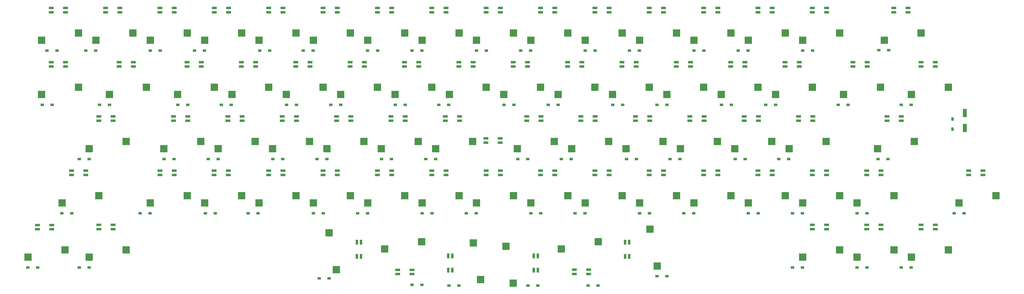
<source format=gbp>
G04 #@! TF.GenerationSoftware,KiCad,Pcbnew,5.1.5+dfsg1-2build2*
G04 #@! TF.CreationDate,2020-06-11T03:48:28+09:00*
G04 #@! TF.ProjectId,amatelus73,616d6174-656c-4757-9337-332e6b696361,rev?*
G04 #@! TF.SameCoordinates,Original*
G04 #@! TF.FileFunction,Paste,Bot*
G04 #@! TF.FilePolarity,Positive*
%FSLAX46Y46*%
G04 Gerber Fmt 4.6, Leading zero omitted, Abs format (unit mm)*
G04 Created by KiCad (PCBNEW 5.1.5+dfsg1-2build2) date 2020-06-11 03:48:28*
%MOMM*%
%LPD*%
G04 APERTURE LIST*
%ADD10R,2.550000X2.500000*%
%ADD11R,1.399540X2.999740*%
%ADD12R,2.500000X2.550000*%
%ADD13R,1.300000X0.950000*%
%ADD14R,0.950000X1.300000*%
%ADD15R,1.800000X0.820000*%
%ADD16R,0.820000X1.800000*%
G04 APERTURE END LIST*
D10*
X333316000Y-73977500D03*
X320389000Y-76517500D03*
X345223000Y-54927500D03*
X332296000Y-57467500D03*
D11*
X350964500Y-64010540D03*
X350964500Y-69212460D03*
D10*
X211873000Y-35877500D03*
X198946000Y-38417500D03*
X154723000Y-93027500D03*
X141796000Y-95567500D03*
X57091200Y-112078000D03*
X44164200Y-114618000D03*
D12*
X240665000Y-104834000D03*
X243205000Y-117761000D03*
D10*
X78522500Y-35877500D03*
X65595500Y-38417500D03*
X209609000Y-111760000D03*
X222536000Y-109220000D03*
X322770000Y-38417500D03*
X335697000Y-35877500D03*
X361891000Y-93027500D03*
X348964000Y-95567500D03*
X57091200Y-73977500D03*
X44164200Y-76517500D03*
X47566200Y-93027500D03*
X34639200Y-95567500D03*
D12*
X130810000Y-119004000D03*
X128270000Y-106077000D03*
D10*
X147696000Y-111760000D03*
X160623000Y-109220000D03*
D12*
X178752000Y-109596000D03*
X181292000Y-122523000D03*
X192722000Y-123766000D03*
X190182000Y-110839000D03*
D10*
X64235000Y-54927500D03*
X51308000Y-57467500D03*
X321410000Y-54927500D03*
X308483000Y-57467500D03*
X40422500Y-35877500D03*
X27495500Y-38417500D03*
X59472500Y-35877500D03*
X46545500Y-38417500D03*
X97572500Y-35877500D03*
X84645500Y-38417500D03*
X116623000Y-35877500D03*
X103696000Y-38417500D03*
X135673000Y-35877500D03*
X122746000Y-38417500D03*
X154723000Y-35877500D03*
X141796000Y-38417500D03*
X173773000Y-35877500D03*
X160846000Y-38417500D03*
X192823000Y-35877500D03*
X179896000Y-38417500D03*
X230923000Y-35877500D03*
X217996000Y-38417500D03*
X249973000Y-35877500D03*
X237046000Y-38417500D03*
X288073000Y-35877500D03*
X275146000Y-38417500D03*
X307123000Y-35877500D03*
X294196000Y-38417500D03*
X40422500Y-54927500D03*
X27495500Y-57467500D03*
X88047500Y-54927500D03*
X75120500Y-57467500D03*
X107097000Y-54927500D03*
X94170000Y-57467500D03*
X126147000Y-54927500D03*
X113220000Y-57467500D03*
X145197000Y-54927500D03*
X132270000Y-57467500D03*
X164247000Y-54927500D03*
X151320000Y-57467500D03*
X183297000Y-54927500D03*
X170370000Y-57467500D03*
X202347000Y-54927500D03*
X189420000Y-57467500D03*
X221397000Y-54927500D03*
X208470000Y-57467500D03*
X240447000Y-54927500D03*
X227520000Y-57467500D03*
X259497000Y-54927500D03*
X246570000Y-57467500D03*
X278547000Y-54927500D03*
X265620000Y-57467500D03*
X297597000Y-54927500D03*
X284670000Y-57467500D03*
X83285000Y-73977500D03*
X70358000Y-76517500D03*
X102335000Y-73977500D03*
X89408000Y-76517500D03*
X121385000Y-73977500D03*
X108458000Y-76517500D03*
X140435000Y-73977500D03*
X127508000Y-76517500D03*
X159485000Y-73977500D03*
X146558000Y-76517500D03*
X178535000Y-73977500D03*
X165608000Y-76517500D03*
X207110000Y-73977500D03*
X194183000Y-76517500D03*
X226160000Y-73977500D03*
X213233000Y-76517500D03*
X245210000Y-73977500D03*
X232283000Y-76517500D03*
X264260000Y-73977500D03*
X251333000Y-76517500D03*
X283310000Y-73977500D03*
X270383000Y-76517500D03*
X302360000Y-73977500D03*
X289433000Y-76517500D03*
X78522500Y-93027500D03*
X65595500Y-95567500D03*
X97572500Y-93027500D03*
X84645500Y-95567500D03*
X116623000Y-93027500D03*
X103696000Y-95567500D03*
X135673000Y-93027500D03*
X122746000Y-95567500D03*
X173773000Y-93027500D03*
X160846000Y-95567500D03*
X192823000Y-93027500D03*
X179896000Y-95567500D03*
X211873000Y-93027500D03*
X198946000Y-95567500D03*
X230923000Y-93027500D03*
X217996000Y-95567500D03*
X237046000Y-95567500D03*
X249973000Y-93027500D03*
X269023000Y-93027500D03*
X256096000Y-95567500D03*
X288073000Y-93027500D03*
X275146000Y-95567500D03*
X307123000Y-93027500D03*
X294196000Y-95567500D03*
X326173000Y-93027500D03*
X313246000Y-95567500D03*
X35660000Y-112078000D03*
X22733000Y-114618000D03*
X307123000Y-112078000D03*
X294196000Y-114618000D03*
X326173000Y-112078000D03*
X313246000Y-114618000D03*
X345223000Y-112078000D03*
X332296000Y-114618000D03*
X269023000Y-35877500D03*
X256096000Y-38417500D03*
D13*
X32890000Y-42100500D03*
X29340000Y-42100500D03*
X42929000Y-42100500D03*
X46479000Y-42100500D03*
X69085000Y-42100500D03*
X65535000Y-42100500D03*
X84579000Y-42100500D03*
X81029000Y-42100500D03*
X103889000Y-42100500D03*
X107439000Y-42100500D03*
X122679000Y-42100500D03*
X119129000Y-42100500D03*
X145282000Y-42100500D03*
X141732000Y-42100500D03*
X157229000Y-42100500D03*
X160779000Y-42100500D03*
X179835000Y-42100500D03*
X183385000Y-42100500D03*
X198879000Y-42100500D03*
X195329000Y-42100500D03*
X217935000Y-42100500D03*
X221485000Y-42100500D03*
X233429000Y-42100500D03*
X236979000Y-42100500D03*
X256035000Y-42100500D03*
X259585000Y-42100500D03*
X271529000Y-42100500D03*
X275079000Y-42100500D03*
X294135000Y-42100500D03*
X297685000Y-42100500D03*
X324355000Y-41910000D03*
X320805000Y-41910000D03*
X31239000Y-61150500D03*
X27689000Y-61150500D03*
X47755000Y-61150500D03*
X51305000Y-61150500D03*
X78737000Y-61150500D03*
X75187000Y-61150500D03*
X93977000Y-61150500D03*
X90427000Y-61150500D03*
X113287000Y-61150500D03*
X116837000Y-61150500D03*
X132331000Y-61150500D03*
X128781000Y-61150500D03*
X151387000Y-61150500D03*
X154937000Y-61150500D03*
X166627000Y-61150500D03*
X170177000Y-61150500D03*
X189487000Y-61150500D03*
X193037000Y-61150500D03*
X204981000Y-61150500D03*
X208531000Y-61150500D03*
X227587000Y-61150500D03*
X231137000Y-61150500D03*
X246631000Y-61150500D03*
X243081000Y-61150500D03*
X269237000Y-61150500D03*
X265687000Y-61150500D03*
X284731000Y-61150500D03*
X281181000Y-61150500D03*
X310131000Y-61150500D03*
X306581000Y-61150500D03*
X328679000Y-61150500D03*
X332229000Y-61150500D03*
X40643000Y-80200500D03*
X44193000Y-80200500D03*
X73911000Y-80200500D03*
X70361000Y-80200500D03*
X85855000Y-80200500D03*
X89405000Y-80200500D03*
X108461000Y-80200500D03*
X112011000Y-80200500D03*
X123955000Y-80200500D03*
X127505000Y-80200500D03*
X150111000Y-80200500D03*
X146561000Y-80200500D03*
X165605000Y-80200500D03*
X162055000Y-80200500D03*
X194313000Y-80200500D03*
X197863000Y-80200500D03*
X213103000Y-80200500D03*
X209553000Y-80200500D03*
X232413000Y-80200500D03*
X235963000Y-80200500D03*
X247653000Y-80200500D03*
X251203000Y-80200500D03*
X270513000Y-80200500D03*
X274063000Y-80200500D03*
X285753000Y-80200500D03*
X289303000Y-80200500D03*
X320551000Y-80200500D03*
X324101000Y-80200500D03*
X34547000Y-99250500D03*
X38097000Y-99250500D03*
X65529000Y-99250500D03*
X61979000Y-99250500D03*
X88389000Y-99250500D03*
X84839000Y-99250500D03*
X103375000Y-99250500D03*
X99825000Y-99250500D03*
X126235000Y-99250500D03*
X122685000Y-99250500D03*
X138179000Y-99250500D03*
X141729000Y-99250500D03*
X164335000Y-99250500D03*
X160785000Y-99250500D03*
X179829000Y-99250500D03*
X176279000Y-99250500D03*
X198885000Y-99250500D03*
X202435000Y-99250500D03*
X217929000Y-99250500D03*
X214379000Y-99250500D03*
X240535000Y-99250500D03*
X236985000Y-99250500D03*
X256029000Y-99250500D03*
X252479000Y-99250500D03*
X278635000Y-99250500D03*
X275085000Y-99250500D03*
X294129000Y-99250500D03*
X290579000Y-99250500D03*
X316735000Y-99250500D03*
X313185000Y-99250500D03*
X350771000Y-99250500D03*
X347221000Y-99250500D03*
X26159000Y-118300000D03*
X22609000Y-118300000D03*
X40643000Y-118300000D03*
X44193000Y-118300000D03*
X124717000Y-122110000D03*
X128267000Y-122110000D03*
X160779000Y-124396000D03*
X157229000Y-124396000D03*
X170183000Y-124650000D03*
X173733000Y-124650000D03*
X201419000Y-124650000D03*
X197869000Y-124650000D03*
X222501000Y-124650000D03*
X218951000Y-124650000D03*
X246631000Y-121348000D03*
X243081000Y-121348000D03*
X290579000Y-118300000D03*
X294129000Y-118300000D03*
X313185000Y-118300000D03*
X316735000Y-118300000D03*
X328682000Y-118300000D03*
X332232000Y-118300000D03*
D14*
X346646500Y-66106500D03*
X346646500Y-69656500D03*
D15*
X326112000Y-27126500D03*
X326112000Y-28626500D03*
X331112000Y-28626500D03*
X331112000Y-27126500D03*
X302538000Y-27126500D03*
X302538000Y-28626500D03*
X297538000Y-28626500D03*
X297538000Y-27126500D03*
X283488000Y-27126500D03*
X283488000Y-28626500D03*
X278488000Y-28626500D03*
X278488000Y-27126500D03*
X259438000Y-27126500D03*
X259438000Y-28626500D03*
X264438000Y-28626500D03*
X264438000Y-27126500D03*
X245388000Y-27126500D03*
X245388000Y-28626500D03*
X240388000Y-28626500D03*
X240388000Y-27126500D03*
X221338000Y-27126500D03*
X221338000Y-28626500D03*
X226338000Y-28626500D03*
X226338000Y-27126500D03*
X207288000Y-27126500D03*
X207288000Y-28626500D03*
X202288000Y-28626500D03*
X202288000Y-27126500D03*
X183238000Y-27126500D03*
X183238000Y-28626500D03*
X188238000Y-28626500D03*
X188238000Y-27126500D03*
X169188000Y-27126500D03*
X169188000Y-28626500D03*
X164188000Y-28626500D03*
X164188000Y-27126500D03*
X145138000Y-27126500D03*
X145138000Y-28626500D03*
X150138000Y-28626500D03*
X150138000Y-27126500D03*
X131088000Y-27126500D03*
X131088000Y-28626500D03*
X126088000Y-28626500D03*
X126088000Y-27126500D03*
X112038000Y-27126500D03*
X112038000Y-28626500D03*
X107038000Y-28626500D03*
X107038000Y-27126500D03*
X87987500Y-27126500D03*
X87987500Y-28626500D03*
X92987500Y-28626500D03*
X92987500Y-27126500D03*
X73937500Y-27126500D03*
X73937500Y-28626500D03*
X68937500Y-28626500D03*
X68937500Y-27126500D03*
X49887500Y-27126500D03*
X49887500Y-28626500D03*
X54887500Y-28626500D03*
X54887500Y-27126500D03*
X35837500Y-27126500D03*
X35837500Y-28626500D03*
X30837500Y-28626500D03*
X30837500Y-27126500D03*
X35837500Y-47676500D03*
X35837500Y-46176500D03*
X30837500Y-46176500D03*
X30837500Y-47676500D03*
X54650000Y-47676500D03*
X54650000Y-46176500D03*
X59650000Y-46176500D03*
X59650000Y-47676500D03*
X83462500Y-47676500D03*
X83462500Y-46176500D03*
X78462500Y-46176500D03*
X78462500Y-47676500D03*
X97512000Y-47676500D03*
X97512000Y-46176500D03*
X102512000Y-46176500D03*
X102512000Y-47676500D03*
X116562000Y-47676500D03*
X116562000Y-46176500D03*
X121562000Y-46176500D03*
X121562000Y-47676500D03*
X140612000Y-47676500D03*
X140612000Y-46176500D03*
X135612000Y-46176500D03*
X135612000Y-47676500D03*
X154662000Y-47676500D03*
X154662000Y-46176500D03*
X159662000Y-46176500D03*
X159662000Y-47676500D03*
X178712000Y-47676500D03*
X178712000Y-46176500D03*
X173712000Y-46176500D03*
X173712000Y-47676500D03*
X192762000Y-47676500D03*
X192762000Y-46176500D03*
X197762000Y-46176500D03*
X197762000Y-47676500D03*
X216812000Y-47676500D03*
X216812000Y-46176500D03*
X211812000Y-46176500D03*
X211812000Y-47676500D03*
X230862000Y-47676500D03*
X230862000Y-46176500D03*
X235862000Y-46176500D03*
X235862000Y-47676500D03*
X254912000Y-47676500D03*
X254912000Y-46176500D03*
X249912000Y-46176500D03*
X249912000Y-47676500D03*
X268962000Y-47676500D03*
X268962000Y-46176500D03*
X273962000Y-46176500D03*
X273962000Y-47676500D03*
X293012000Y-47676500D03*
X293012000Y-46176500D03*
X288012000Y-46176500D03*
X288012000Y-47676500D03*
X316825000Y-47676500D03*
X316825000Y-46176500D03*
X311825000Y-46176500D03*
X311825000Y-47676500D03*
X340638000Y-47676500D03*
X340638000Y-46176500D03*
X335638000Y-46176500D03*
X335638000Y-47676500D03*
X323731000Y-65226500D03*
X323731000Y-66726500D03*
X328731000Y-66726500D03*
X328731000Y-65226500D03*
X297775000Y-65226500D03*
X297775000Y-66726500D03*
X292775000Y-66726500D03*
X292775000Y-65226500D03*
X273725000Y-65226500D03*
X273725000Y-66726500D03*
X278725000Y-66726500D03*
X278725000Y-65226500D03*
X259675000Y-65226500D03*
X259675000Y-66726500D03*
X254675000Y-66726500D03*
X254675000Y-65226500D03*
X235625000Y-65226500D03*
X235625000Y-66726500D03*
X240625000Y-66726500D03*
X240625000Y-65226500D03*
X221448000Y-65226500D03*
X221448000Y-66726500D03*
X216448000Y-66726500D03*
X216448000Y-65226500D03*
X197525000Y-65226500D03*
X197525000Y-66726500D03*
X202525000Y-66726500D03*
X202525000Y-65226500D03*
X188174000Y-72910000D03*
X188174000Y-74410000D03*
X183174000Y-74410000D03*
X183174000Y-72910000D03*
X168950000Y-65226500D03*
X168950000Y-66726500D03*
X173950000Y-66726500D03*
X173950000Y-65226500D03*
X149900000Y-65226500D03*
X149900000Y-66726500D03*
X154900000Y-66726500D03*
X154900000Y-65226500D03*
X135850000Y-65226500D03*
X135850000Y-66726500D03*
X130850000Y-66726500D03*
X130850000Y-65226500D03*
X111800000Y-65226500D03*
X111800000Y-66726500D03*
X116800000Y-66726500D03*
X116800000Y-65226500D03*
X97750000Y-65226500D03*
X97750000Y-66726500D03*
X92750000Y-66726500D03*
X92750000Y-65226500D03*
X73700000Y-65226500D03*
X73700000Y-66726500D03*
X78700000Y-66726500D03*
X78700000Y-65226500D03*
X52506200Y-65226500D03*
X52506200Y-66726500D03*
X47506200Y-66726500D03*
X47506200Y-65226500D03*
X42981200Y-85776500D03*
X42981200Y-84276500D03*
X37981200Y-84276500D03*
X37981200Y-85776500D03*
X73937500Y-85776500D03*
X73937500Y-84276500D03*
X68937500Y-84276500D03*
X68937500Y-85776500D03*
X87924000Y-85776500D03*
X87924000Y-84276500D03*
X92924000Y-84276500D03*
X92924000Y-85776500D03*
X112038000Y-85776500D03*
X112038000Y-84276500D03*
X107038000Y-84276500D03*
X107038000Y-85776500D03*
X126088000Y-85776500D03*
X126088000Y-84276500D03*
X131088000Y-84276500D03*
X131088000Y-85776500D03*
X150138000Y-85776500D03*
X150138000Y-84276500D03*
X145138000Y-84276500D03*
X145138000Y-85776500D03*
X164188000Y-85776500D03*
X164188000Y-84276500D03*
X169188000Y-84276500D03*
X169188000Y-85776500D03*
X188238000Y-85776500D03*
X188238000Y-84276500D03*
X183238000Y-84276500D03*
X183238000Y-85776500D03*
X202288000Y-85776500D03*
X202288000Y-84276500D03*
X207288000Y-84276500D03*
X207288000Y-85776500D03*
X221338000Y-85776500D03*
X221338000Y-84276500D03*
X226338000Y-84276500D03*
X226338000Y-85776500D03*
X245388000Y-85776500D03*
X245388000Y-84276500D03*
X240388000Y-84276500D03*
X240388000Y-85776500D03*
X264438000Y-85776500D03*
X264438000Y-84276500D03*
X259438000Y-84276500D03*
X259438000Y-85776500D03*
X278488000Y-85776500D03*
X278488000Y-84276500D03*
X283488000Y-84276500D03*
X283488000Y-85776500D03*
X302538000Y-85776500D03*
X302538000Y-84276500D03*
X297538000Y-84276500D03*
X297538000Y-85776500D03*
X316588000Y-85776500D03*
X316588000Y-84276500D03*
X321588000Y-84276500D03*
X321588000Y-85776500D03*
X357306000Y-85776500D03*
X357306000Y-84276500D03*
X352306000Y-84276500D03*
X352306000Y-85776500D03*
X340638000Y-103314000D03*
X340638000Y-104814000D03*
X335638000Y-104814000D03*
X335638000Y-103314000D03*
X316588000Y-103326000D03*
X316588000Y-104826000D03*
X321588000Y-104826000D03*
X321588000Y-103326000D03*
X302538000Y-103326000D03*
X302538000Y-104826000D03*
X297538000Y-104826000D03*
X297538000Y-103326000D03*
D16*
X231914000Y-114419000D03*
X233414000Y-114419000D03*
X233414000Y-109419000D03*
X231914000Y-109419000D03*
D15*
X219194000Y-119074000D03*
X219194000Y-120574000D03*
X214194000Y-120574000D03*
X214194000Y-119074000D03*
D16*
X201410000Y-114181000D03*
X199910000Y-114181000D03*
X199910000Y-119181000D03*
X201410000Y-119181000D03*
X171438000Y-119181000D03*
X169938000Y-119181000D03*
X169938000Y-114181000D03*
X171438000Y-114181000D03*
D15*
X152281000Y-119086000D03*
X152281000Y-120586000D03*
X157281000Y-120586000D03*
X157281000Y-119086000D03*
D16*
X139434000Y-114419000D03*
X137934000Y-114419000D03*
X137934000Y-109419000D03*
X139434000Y-109419000D03*
D15*
X47538000Y-103326000D03*
X47538000Y-104826000D03*
X52538000Y-104826000D03*
X52538000Y-103326000D03*
X26075000Y-103338000D03*
X26075000Y-104838000D03*
X31075000Y-104838000D03*
X31075000Y-103338000D03*
M02*

</source>
